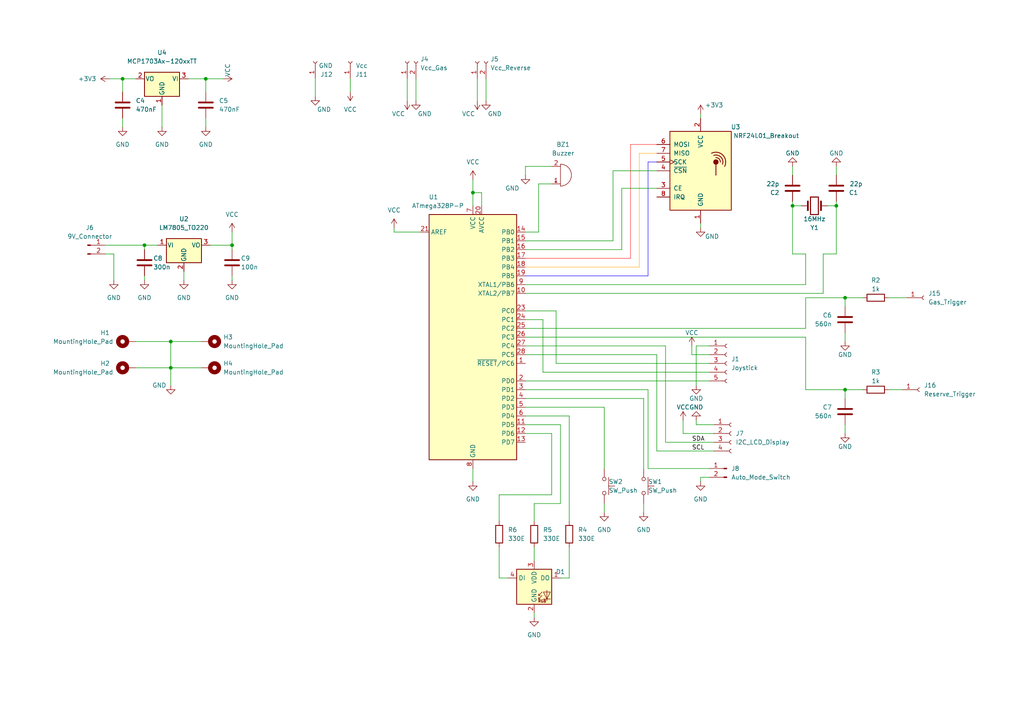
<source format=kicad_sch>
(kicad_sch (version 20211123) (generator eeschema)
  (paper "A4")
  (lib_symbols
    (symbol "Connector:Conn_01x01_Female" (pin_names (offset 1.016) hide)
      (property "Reference" "J" (at 0 2.54 0))
      (property "Value" "Conn_01x01_Female" (at 0 -2.54 0))
      (symbol "Conn_01x01_Female_1_1"
        (polyline (pts (xy -1.27 0) (xy -0.508 0)) (stroke (width 0.1524)))
        (arc (start 0 0.508) (mid -0.508 0) (end 0 -0.508) (stroke (width 0.1524)))
        (pin passive line (at -5.08 0 0) (length 3.81) (name "Pin_1") (number "1"))
      )
    )
    (symbol "Connector:Conn_01x02_Female" (pin_names (offset 1.016) hide)
      (property "Reference" "J" (at 0 2.54 0))
      (property "Value" "Conn_01x02_Female" (at 0 -5.08 0))
      (symbol "Conn_01x02_Female_1_1"
        (arc (start 0 -2.032) (mid -0.508 -2.54) (end 0 -3.048) (stroke (width 0.1524)))
        (polyline (pts (xy -1.27 -2.54) (xy -0.508 -2.54)) (stroke (width 0.1524)))
        (polyline (pts (xy -1.27 0) (xy -0.508 0)) (stroke (width 0.1524)))
        (arc (start 0 0.508) (mid -0.508 0) (end 0 -0.508) (stroke (width 0.1524)))
        (pin passive line (at -5.08 0 0) (length 3.81) (name "Pin_1") (number "1"))
        (pin passive line (at -5.08 -2.54 0) (length 3.81) (name "Pin_2") (number "2"))
      )
    )
    (symbol "Connector:Conn_01x02_Male" (pin_names (offset 1.016) hide)
      (property "Reference" "J" (at 0 2.54 0))
      (property "Value" "Conn_01x02_Male" (at 0 -5.08 0))
      (symbol "Conn_01x02_Male_1_1"
        (polyline (pts (xy 1.27 -2.54) (xy 0.8636 -2.54)) (stroke (width 0.1524)))
        (polyline (pts (xy 1.27 0) (xy 0.8636 0)) (stroke (width 0.1524)))
        (rectangle (start 0.8636 -2.413) (end 0 -2.667) (stroke (width 0.1524)) (fill (type outline)))
        (rectangle (start 0.8636 0.127) (end 0 -0.127) (stroke (width 0.1524)) (fill (type outline)))
        (pin passive line (at 5.08 0 180) (length 3.81) (name "Pin_1") (number "1"))
        (pin passive line (at 5.08 -2.54 180) (length 3.81) (name "Pin_2") (number "2"))
      )
    )
    (symbol "Connector:Conn_01x04_Female" (pin_names (offset 1.016) hide)
      (property "Reference" "J" (at 0 5.08 0))
      (property "Value" "Conn_01x04_Female" (at 0 -7.62 0))
      (symbol "Conn_01x04_Female_1_1"
        (arc (start 0 -4.572) (mid -0.508 -5.08) (end 0 -5.588) (stroke (width 0.1524)))
        (arc (start 0 -2.032) (mid -0.508 -2.54) (end 0 -3.048) (stroke (width 0.1524)))
        (polyline (pts (xy -1.27 -5.08) (xy -0.508 -5.08)) (stroke (width 0.1524)))
        (polyline (pts (xy -1.27 -2.54) (xy -0.508 -2.54)) (stroke (width 0.1524)))
        (polyline (pts (xy -1.27 0) (xy -0.508 0)) (stroke (width 0.1524)))
        (polyline (pts (xy -1.27 2.54) (xy -0.508 2.54)) (stroke (width 0.1524)))
        (arc (start 0 0.508) (mid -0.508 0) (end 0 -0.508) (stroke (width 0.1524)))
        (arc (start 0 3.048) (mid -0.508 2.54) (end 0 2.032) (stroke (width 0.1524)))
        (pin passive line (at -5.08 2.54 0) (length 3.81) (name "Pin_1") (number "1"))
        (pin passive line (at -5.08 0 0) (length 3.81) (name "Pin_2") (number "2"))
        (pin passive line (at -5.08 -2.54 0) (length 3.81) (name "Pin_3") (number "3"))
        (pin passive line (at -5.08 -5.08 0) (length 3.81) (name "Pin_4") (number "4"))
      )
    )
    (symbol "Connector:Conn_01x05_Female" (pin_names (offset 1.016) hide)
      (property "Reference" "J" (at 0 7.62 0))
      (property "Value" "Conn_01x05_Female" (at 0 -7.62 0))
      (symbol "Conn_01x05_Female_1_1"
        (arc (start 0 -4.572) (mid -0.508 -5.08) (end 0 -5.588) (stroke (width 0.1524)))
        (arc (start 0 -2.032) (mid -0.508 -2.54) (end 0 -3.048) (stroke (width 0.1524)))
        (polyline (pts (xy -1.27 -5.08) (xy -0.508 -5.08)) (stroke (width 0.1524)))
        (polyline (pts (xy -1.27 -2.54) (xy -0.508 -2.54)) (stroke (width 0.1524)))
        (polyline (pts (xy -1.27 0) (xy -0.508 0)) (stroke (width 0.1524)))
        (polyline (pts (xy -1.27 2.54) (xy -0.508 2.54)) (stroke (width 0.1524)))
        (polyline (pts (xy -1.27 5.08) (xy -0.508 5.08)) (stroke (width 0.1524)))
        (arc (start 0 0.508) (mid -0.508 0) (end 0 -0.508) (stroke (width 0.1524)))
        (arc (start 0 3.048) (mid -0.508 2.54) (end 0 2.032) (stroke (width 0.1524)))
        (arc (start 0 5.588) (mid -0.508 5.08) (end 0 4.572) (stroke (width 0.1524)))
        (pin passive line (at -5.08 5.08 0) (length 3.81) (name "Pin_1") (number "1"))
        (pin passive line (at -5.08 2.54 0) (length 3.81) (name "Pin_2") (number "2"))
        (pin passive line (at -5.08 0 0) (length 3.81) (name "Pin_3") (number "3"))
        (pin passive line (at -5.08 -2.54 0) (length 3.81) (name "Pin_4") (number "4"))
        (pin passive line (at -5.08 -5.08 0) (length 3.81) (name "Pin_5") (number "5"))
      )
    )
    (symbol "Device:Buzzer" (pin_names (offset 0.0254) hide)
      (property "Reference" "BZ" (at 3.81 1.27 0))
      (property "Value" "Buzzer" (at 3.81 -1.27 0))
      (symbol "Buzzer_0_1"
        (arc (start 0 -3.175) (mid 3.175 0) (end 0 3.175))
        (polyline (pts (xy -1.651 1.905) (xy -1.143 1.905)))
        (polyline (pts (xy -1.397 2.159) (xy -1.397 1.651)))
        (polyline (pts (xy 0 3.175) (xy 0 -3.175)))
      )
      (symbol "Buzzer_1_1"
        (pin passive line (at -2.54 2.54 0) (length 2.54) (name "-") (number "1"))
        (pin passive line (at -2.54 -2.54 0) (length 2.54) (name "+") (number "2"))
      )
    )
    (symbol "Device:C" (pin_numbers hide) (pin_names (offset 0.254))
      (property "Reference" "C" (at 0.635 2.54 0))
      (property "Value" "C" (at 0.635 -2.54 0))
      (symbol "C_0_1"
        (polyline (pts (xy -2.032 -0.762) (xy 2.032 -0.762)) (stroke (width 0.508)))
        (polyline (pts (xy -2.032 0.762) (xy 2.032 0.762)) (stroke (width 0.508)))
      )
      (symbol "C_1_1"
        (pin passive line (at 0 3.81 270) (length 2.794) (name "~") (number "1"))
        (pin passive line (at 0 -3.81 90) (length 2.794) (name "~") (number "2"))
      )
    )
    (symbol "Device:Crystal" (pin_numbers hide) (pin_names (offset 1.016) hide)
      (property "Reference" "Y" (at 0 3.81 0))
      (property "Value" "Crystal" (at 0 -3.81 0))
      (symbol "Crystal_0_1"
        (rectangle (start -1.143 2.54) (end 1.143 -2.54) (stroke (width 0.3048)))
        (polyline (pts (xy -2.54 0) (xy -1.905 0)))
        (polyline (pts (xy -1.905 -1.27) (xy -1.905 1.27)) (stroke (width 0.508)))
        (polyline (pts (xy 1.905 -1.27) (xy 1.905 1.27)) (stroke (width 0.508)))
        (polyline (pts (xy 2.54 0) (xy 1.905 0)))
      )
      (symbol "Crystal_1_1"
        (pin passive line (at -3.81 0 0) (length 1.27) (name "1") (number "1"))
        (pin passive line (at 3.81 0 180) (length 1.27) (name "2") (number "2"))
      )
    )
    (symbol "Device:R" (pin_numbers hide) (pin_names (offset 0))
      (property "Reference" "R" (at 2.032 0 90))
      (property "Value" "R" (at 0 0 90))
      (symbol "R_0_1"
        (rectangle (start -1.016 -2.54) (end 1.016 2.54) (stroke (width 0.254)))
      )
      (symbol "R_1_1"
        (pin passive line (at 0 3.81 270) (length 1.27) (name "~") (number "1"))
        (pin passive line (at 0 -3.81 90) (length 1.27) (name "~") (number "2"))
      )
    )
    (symbol "LED:APA-106-F5"
      (property "Reference" "D" (at 5.08 5.715 0))
      (property "Value" "APA-106-F5" (at 1.27 -5.715 0))
      (symbol "APA-106-F5_0_0"
        (text "RGB" (at 2.286 -4.191 0) (effects (font (size 0.762 0.762))))
      )
      (symbol "APA-106-F5_0_1"
        (polyline (pts (xy 1.27 -3.556) (xy 1.778 -3.556)))
        (polyline (pts (xy 1.27 -2.54) (xy 1.778 -2.54)))
        (polyline (pts (xy 4.699 -3.556) (xy 2.667 -3.556)))
        (polyline (pts (xy 2.286 -2.54) (xy 1.27 -3.556) (xy 1.27 -3.048)))
        (polyline (pts (xy 2.286 -1.524) (xy 1.27 -2.54) (xy 1.27 -2.032)))
        (polyline (pts (xy 3.683 -1.016) (xy 3.683 -3.556) (xy 3.683 -4.064)))
        (polyline (pts (xy 4.699 -1.524) (xy 2.667 -1.524) (xy 3.683 -3.556) (xy 4.699 -1.524)))
        (rectangle (start 5.08 5.08) (end -5.08 -5.08) (stroke (width 0.254)) (fill (type background)))
      )
      (symbol "APA-106-F5_1_1"
        (pin output line (at 7.62 2.54 180) (length 2.54) (name "DO") (number "1"))
        (pin power_in line (at 0 -7.62 90) (length 2.54) (name "GND") (number "2"))
        (pin power_in line (at 0 7.62 270) (length 2.54) (name "VDD") (number "3"))
        (pin input line (at -7.62 2.54 0) (length 2.54) (name "DI") (number "4"))
      )
    )
    (symbol "MCU_Microchip_ATmega:ATmega328P-P"
      (property "Reference" "U" (at -12.7 36.83 0))
      (property "Value" "ATmega328P-P" (at 2.54 -36.83 0))
      (symbol "ATmega328P-P_0_1"
        (rectangle (start -12.7 -35.56) (end 12.7 35.56) (stroke (width 0.254)) (fill (type background)))
      )
      (symbol "ATmega328P-P_1_1"
        (pin bidirectional line (at 15.24 -7.62 180) (length 2.54) (name "~{RESET}/PC6") (number "1"))
        (pin bidirectional line (at 15.24 12.7 180) (length 2.54) (name "XTAL2/PB7") (number "10"))
        (pin bidirectional line (at 15.24 -25.4 180) (length 2.54) (name "PD5") (number "11"))
        (pin bidirectional line (at 15.24 -27.94 180) (length 2.54) (name "PD6") (number "12"))
        (pin bidirectional line (at 15.24 -30.48 180) (length 2.54) (name "PD7") (number "13"))
        (pin bidirectional line (at 15.24 30.48 180) (length 2.54) (name "PB0") (number "14"))
        (pin bidirectional line (at 15.24 27.94 180) (length 2.54) (name "PB1") (number "15"))
        (pin bidirectional line (at 15.24 25.4 180) (length 2.54) (name "PB2") (number "16"))
        (pin bidirectional line (at 15.24 22.86 180) (length 2.54) (name "PB3") (number "17"))
        (pin bidirectional line (at 15.24 20.32 180) (length 2.54) (name "PB4") (number "18"))
        (pin bidirectional line (at 15.24 17.78 180) (length 2.54) (name "PB5") (number "19"))
        (pin bidirectional line (at 15.24 -12.7 180) (length 2.54) (name "PD0") (number "2"))
        (pin power_in line (at 2.54 38.1 270) (length 2.54) (name "AVCC") (number "20"))
        (pin passive line (at -15.24 30.48 0) (length 2.54) (name "AREF") (number "21"))
        (pin passive line (at 0 -38.1 90) (length 2.54) hide (name "GND") (number "22"))
        (pin bidirectional line (at 15.24 7.62 180) (length 2.54) (name "PC0") (number "23"))
        (pin bidirectional line (at 15.24 5.08 180) (length 2.54) (name "PC1") (number "24"))
        (pin bidirectional line (at 15.24 2.54 180) (length 2.54) (name "PC2") (number "25"))
        (pin bidirectional line (at 15.24 0 180) (length 2.54) (name "PC3") (number "26"))
        (pin bidirectional line (at 15.24 -2.54 180) (length 2.54) (name "PC4") (number "27"))
        (pin bidirectional line (at 15.24 -5.08 180) (length 2.54) (name "PC5") (number "28"))
        (pin bidirectional line (at 15.24 -15.24 180) (length 2.54) (name "PD1") (number "3"))
        (pin bidirectional line (at 15.24 -17.78 180) (length 2.54) (name "PD2") (number "4"))
        (pin bidirectional line (at 15.24 -20.32 180) (length 2.54) (name "PD3") (number "5"))
        (pin bidirectional line (at 15.24 -22.86 180) (length 2.54) (name "PD4") (number "6"))
        (pin power_in line (at 0 38.1 270) (length 2.54) (name "VCC") (number "7"))
        (pin power_in line (at 0 -38.1 90) (length 2.54) (name "GND") (number "8"))
        (pin bidirectional line (at 15.24 15.24 180) (length 2.54) (name "XTAL1/PB6") (number "9"))
      )
    )
    (symbol "Mechanical:MountingHole_Pad" (pin_numbers hide) (pin_names (offset 1.016) hide)
      (property "Reference" "H" (at 0 6.35 0))
      (property "Value" "MountingHole_Pad" (at 0 4.445 0))
      (symbol "MountingHole_Pad_0_1"
        (circle (center 0 1.27) (radius 1.27) (stroke (width 1.27)))
      )
      (symbol "MountingHole_Pad_1_1"
        (pin input line (at 0 -2.54 90) (length 2.54) (name "1") (number "1"))
      )
    )
    (symbol "RF:NRF24L01_Breakout" (pin_names (offset 1.016))
      (property "Reference" "U" (at -8.89 12.7 0))
      (property "Value" "NRF24L01_Breakout" (at 3.81 12.7 0))
      (symbol "NRF24L01_Breakout_0_1"
        (rectangle (start -8.89 11.43) (end 8.89 -11.43) (stroke (width 0.254)) (fill (type background)))
        (polyline (pts (xy 4.445 1.905) (xy 4.445 -1.27)) (stroke (width 0.254)))
        (circle (center 4.445 2.54) (radius 0.635) (stroke (width 0.254)) (fill (type outline)))
        (arc (start 5.715 2.54) (mid 5.3521 3.4546) (end 4.445 3.81) (stroke (width 0.254)))
        (arc (start 6.35 1.905) (mid 5.8763 3.9854) (end 3.81 4.445) (stroke (width 0.254)))
        (arc (start 6.985 1.27) (mid 6.453 4.548) (end 3.175 5.08) (stroke (width 0.254)))
      )
      (symbol "NRF24L01_Breakout_1_1"
        (pin power_in line (at 0 -15.24 90) (length 3.81) (name "GND") (number "1"))
        (pin power_in line (at 0 15.24 270) (length 3.81) (name "VCC") (number "2"))
        (pin input line (at -12.7 -5.08 0) (length 3.81) (name "CE") (number "3"))
        (pin input line (at -12.7 0 0) (length 3.81) (name "~{CSN}") (number "4"))
        (pin input clock (at -12.7 2.54 0) (length 3.81) (name "SCK") (number "5"))
        (pin input line (at -12.7 7.62 0) (length 3.81) (name "MOSI") (number "6"))
        (pin output line (at -12.7 5.08 0) (length 3.81) (name "MISO") (number "7"))
        (pin output line (at -12.7 -7.62 0) (length 3.81) (name "IRQ") (number "8"))
      )
    )
    (symbol "Regulator_Linear:LM7805_TO220" (pin_names (offset 0.254))
      (property "Reference" "U" (at -3.81 3.175 0))
      (property "Value" "LM7805_TO220" (at 0 3.175 0))
      (symbol "LM7805_TO220_0_1"
        (rectangle (start -5.08 1.905) (end 5.08 -5.08) (stroke (width 0.254)) (fill (type background)))
      )
      (symbol "LM7805_TO220_1_1"
        (pin power_in line (at -7.62 0 0) (length 2.54) (name "VI") (number "1"))
        (pin power_in line (at 0 -7.62 90) (length 2.54) (name "GND") (number "2"))
        (pin power_out line (at 7.62 0 180) (length 2.54) (name "VO") (number "3"))
      )
    )
    (symbol "Regulator_Linear:MCP1703Ax-120xxTT" (pin_names (offset 0.254))
      (property "Reference" "U" (at -3.81 3.175 0))
      (property "Value" "MCP1703Ax-120xxTT" (at 0 3.175 0))
      (symbol "MCP1703Ax-120xxTT_0_1"
        (rectangle (start -5.08 -5.08) (end 5.08 1.905) (stroke (width 0.254)) (fill (type background)))
      )
      (symbol "MCP1703Ax-120xxTT_1_1"
        (pin power_in line (at 0 -7.62 90) (length 2.54) (name "GND") (number "1"))
        (pin power_out line (at 7.62 0 180) (length 2.54) (name "VO") (number "2"))
        (pin power_in line (at -7.62 0 0) (length 2.54) (name "VI") (number "3"))
      )
    )
    (symbol "Switch:SW_Push" (pin_numbers hide) (pin_names (offset 1.016) hide)
      (property "Reference" "SW" (at 1.27 2.54 0))
      (property "Value" "SW_Push" (at 0 -1.524 0))
      (symbol "SW_Push_0_1"
        (circle (center -2.032 0) (radius 0.508))
        (polyline (pts (xy 0 1.27) (xy 0 3.048)))
        (polyline (pts (xy 2.54 1.27) (xy -2.54 1.27)))
        (circle (center 2.032 0) (radius 0.508))
        (pin passive line (at -5.08 0 0) (length 2.54) (name "1") (number "1"))
        (pin passive line (at 5.08 0 180) (length 2.54) (name "2") (number "2"))
      )
    )
    (symbol "power:+3V3" (power) (pin_names (offset 0))
      (property "Value" "+3V3" (at 0 3.556 0))
      (symbol "+3V3_0_1"
        (polyline (pts (xy -0.762 1.27) (xy 0 2.54)))
        (polyline (pts (xy 0 0) (xy 0 2.54)))
        (polyline (pts (xy 0 2.54) (xy 0.762 1.27)))
      )
      (symbol "+3V3_1_1"
        (pin power_in line (at 0 0 90) (length 0) hide (name "+3V3") (number "1"))
      )
    )
    (symbol "power:GND" (power) (pin_names (offset 0))
      (property "Value" "GND" (at 0 -3.81 0))
      (symbol "GND_0_1"
        (polyline (pts (xy 0 0) (xy 0 -1.27) (xy 1.27 -1.27) (xy 0 -2.54) (xy -1.27 -1.27) (xy 0 -1.27)))
      )
      (symbol "GND_1_1"
        (pin power_in line (at 0 0 270) (length 0) hide (name "GND") (number "1"))
      )
    )
    (symbol "power:VCC" (power) (pin_names (offset 0))
      (property "Value" "VCC" (at 0 3.81 0))
      (symbol "VCC_0_1"
        (polyline (pts (xy -0.762 1.27) (xy 0 2.54)))
        (polyline (pts (xy 0 0) (xy 0 2.54)))
        (polyline (pts (xy 0 2.54) (xy 0.762 1.27)))
      )
      (symbol "VCC_1_1"
        (pin power_in line (at 0 0 90) (length 0) hide (name "VCC") (number "1"))
      )
    )
  )
  (junction (at 49.53 99.06))
  (junction (at 242.57 59.69))
  (junction (at 245.11 86.36))
  (junction (at 35.56 22.86))
  (junction (at 229.87 59.69))
  (junction (at 245.11 113.03))
  (junction (at 59.69 22.86))
  (junction (at 41.91 71.12))
  (junction (at 49.53 106.68))
  (junction (at 67.31 71.12))
  (junction (at 137.16 55.88))
  (wire (pts (xy 137.16 135.89) (xy 137.16 139.7)))
  (wire (pts (xy 190.5 46.99) (xy 187.96 46.99)) (stroke (width 0) (color 31 15 255 1)))
  (wire (pts (xy 138.43 22.86) (xy 138.43 29.21)))
  (wire (pts (xy 201.93 123.19) (xy 207.01 123.19)))
  (wire (pts (xy 257.81 86.36) (xy 262.89 86.36)))
  (wire (pts (xy 156.21 53.34) (xy 156.21 67.31)))
  (wire (pts (xy 242.57 50.8) (xy 242.57 48.26)))
  (wire (pts (xy 156.21 67.31) (xy 152.4 67.31)))
  (wire (pts (xy 180.34 72.39) (xy 152.4 72.39)))
  (wire (pts (xy 233.68 113.03) (xy 245.11 113.03)))
  (wire (pts (xy 162.56 167.64) (xy 165.1 167.64)))
  (wire (pts (xy 177.8 69.85) (xy 152.4 69.85)))
  (wire (pts (xy 91.44 22.86) (xy 91.44 27.94)))
  (wire (pts (xy 114.3 67.31) (xy 121.92 67.31)))
  (wire (pts (xy 147.32 167.64) (xy 144.78 167.64)))
  (wire (pts (xy 67.31 71.12) (xy 67.31 72.39)))
  (wire (pts (xy 232.41 59.69) (xy 229.87 59.69)))
  (wire (pts (xy 187.96 80.01) (xy 152.4 80.01)) (stroke (width 0) (color 31 15 255 1)))
  (wire (pts (xy 41.91 71.12) (xy 41.91 72.39)))
  (wire (pts (xy 201.93 100.33) (xy 205.74 100.33)))
  (wire (pts (xy 39.37 106.68) (xy 49.53 106.68)))
  (wire (pts (xy 35.56 26.67) (xy 35.56 22.86)))
  (wire (pts (xy 229.87 50.8) (xy 229.87 48.26)))
  (wire (pts (xy 185.42 77.47) (xy 185.42 44.45)) (stroke (width 0) (color 255 183 47 1)))
  (wire (pts (xy 186.69 146.05) (xy 186.69 148.59)))
  (wire (pts (xy 160.02 53.34) (xy 156.21 53.34)))
  (wire (pts (xy 161.29 90.17) (xy 152.4 90.17)))
  (wire (pts (xy 245.11 123.19) (xy 245.11 125.73)))
  (wire (pts (xy 140.97 22.86) (xy 140.97 29.21)))
  (wire (pts (xy 201.93 123.19) (xy 201.93 121.92)))
  (wire (pts (xy 165.1 158.75) (xy 165.1 167.64)))
  (wire (pts (xy 190.5 102.87) (xy 190.5 130.81)))
  (wire (pts (xy 64.77 22.86) (xy 59.69 22.86)))
  (wire (pts (xy 233.68 82.55) (xy 233.68 73.66)))
  (wire (pts (xy 229.87 59.69) (xy 229.87 58.42)))
  (wire (pts (xy 59.69 22.86) (xy 59.69 26.67)))
  (wire (pts (xy 152.4 97.79) (xy 233.68 97.79)))
  (wire (pts (xy 35.56 34.29) (xy 35.56 36.83)))
  (wire (pts (xy 114.3 66.04) (xy 114.3 67.31)))
  (wire (pts (xy 205.74 107.95) (xy 157.48 107.95)))
  (wire (pts (xy 207.01 128.27) (xy 193.04 128.27)))
  (wire (pts (xy 161.29 105.41) (xy 161.29 90.17)))
  (wire (pts (xy 242.57 73.66) (xy 242.57 59.69)))
  (wire (pts (xy 152.4 118.11) (xy 175.26 118.11)))
  (wire (pts (xy 39.37 99.06) (xy 49.53 99.06)))
  (wire (pts (xy 186.69 135.89) (xy 186.69 115.57)))
  (wire (pts (xy 152.4 110.49) (xy 205.74 110.49)))
  (wire (pts (xy 185.42 44.45) (xy 190.5 44.45)) (stroke (width 0) (color 255 183 47 1)))
  (wire (pts (xy 60.96 71.12) (xy 67.31 71.12)))
  (wire (pts (xy 187.96 113.03) (xy 187.96 135.89)))
  (wire (pts (xy 245.11 96.52) (xy 245.11 99.06)))
  (wire (pts (xy 30.48 71.12) (xy 41.91 71.12)))
  (wire (pts (xy 198.12 125.73) (xy 198.12 121.92)))
  (wire (pts (xy 157.48 107.95) (xy 157.48 92.71)))
  (wire (pts (xy 67.31 71.12) (xy 67.31 67.31)))
  (wire (pts (xy 152.4 95.25) (xy 233.68 95.25)))
  (wire (pts (xy 200.66 100.33) (xy 200.66 102.87)))
  (wire (pts (xy 175.26 146.05) (xy 175.26 148.59)))
  (wire (pts (xy 245.11 86.36) (xy 250.19 86.36)))
  (wire (pts (xy 175.26 118.11) (xy 175.26 135.89)))
  (wire (pts (xy 242.57 59.69) (xy 240.03 59.69)))
  (wire (pts (xy 154.94 151.13) (xy 154.94 146.05)))
  (wire (pts (xy 182.88 74.93) (xy 152.4 74.93)) (stroke (width 0) (color 255 52 52 1)))
  (wire (pts (xy 190.5 41.91) (xy 182.88 41.91)) (stroke (width 0) (color 255 52 52 1)))
  (wire (pts (xy 152.4 100.33) (xy 193.04 100.33)))
  (wire (pts (xy 35.56 22.86) (xy 39.37 22.86)))
  (wire (pts (xy 30.48 73.66) (xy 33.02 73.66)))
  (wire (pts (xy 46.99 30.48) (xy 46.99 36.83)))
  (wire (pts (xy 233.68 73.66) (xy 229.87 73.66)))
  (wire (pts (xy 187.96 46.99) (xy 187.96 80.01)) (stroke (width 0) (color 31 15 255 1)))
  (wire (pts (xy 229.87 73.66) (xy 229.87 59.69)))
  (wire (pts (xy 242.57 59.69) (xy 242.57 58.42)))
  (wire (pts (xy 144.78 143.51) (xy 160.02 143.51)))
  (wire (pts (xy 193.04 100.33) (xy 193.04 128.27)))
  (wire (pts (xy 118.11 22.86) (xy 118.11 29.21)))
  (wire (pts (xy 152.4 113.03) (xy 187.96 113.03)))
  (wire (pts (xy 137.16 59.69) (xy 137.16 55.88)))
  (wire (pts (xy 154.94 177.8) (xy 154.94 179.07)))
  (wire (pts (xy 59.69 34.29) (xy 59.69 36.83)))
  (wire (pts (xy 238.76 73.66) (xy 242.57 73.66)))
  (wire (pts (xy 233.68 95.25) (xy 233.68 86.36)))
  (wire (pts (xy 187.96 135.89) (xy 205.74 135.89)))
  (wire (pts (xy 205.74 102.87) (xy 200.66 102.87)))
  (wire (pts (xy 49.53 106.68) (xy 49.53 111.76)))
  (wire (pts (xy 177.8 49.53) (xy 190.5 49.53)))
  (wire (pts (xy 205.74 105.41) (xy 161.29 105.41)))
  (wire (pts (xy 203.2 64.77) (xy 203.2 66.04)))
  (wire (pts (xy 198.12 125.73) (xy 207.01 125.73)))
  (wire (pts (xy 120.65 22.86) (xy 120.65 29.21)))
  (wire (pts (xy 53.34 78.74) (xy 53.34 81.28)))
  (wire (pts (xy 137.16 55.88) (xy 139.7 55.88)))
  (wire (pts (xy 152.4 48.26) (xy 160.02 48.26)))
  (wire (pts (xy 180.34 54.61) (xy 190.5 54.61)))
  (wire (pts (xy 233.68 86.36) (xy 245.11 86.36)))
  (wire (pts (xy 101.6 26.67) (xy 101.6 22.86)))
  (wire (pts (xy 165.1 120.65) (xy 152.4 120.65)))
  (wire (pts (xy 41.91 71.12) (xy 45.72 71.12)))
  (wire (pts (xy 160.02 143.51) (xy 160.02 125.73)))
  (wire (pts (xy 245.11 113.03) (xy 250.19 113.03)))
  (wire (pts (xy 201.93 100.33) (xy 201.93 111.76)))
  (wire (pts (xy 152.4 123.19) (xy 162.56 123.19)))
  (wire (pts (xy 238.76 73.66) (xy 238.76 85.09)))
  (wire (pts (xy 144.78 167.64) (xy 144.78 158.75)))
  (wire (pts (xy 162.56 146.05) (xy 162.56 123.19)))
  (wire (pts (xy 59.69 22.86) (xy 54.61 22.86)))
  (wire (pts (xy 177.8 49.53) (xy 177.8 69.85)))
  (wire (pts (xy 49.53 106.68) (xy 58.42 106.68)))
  (wire (pts (xy 157.48 92.71) (xy 152.4 92.71)))
  (wire (pts (xy 154.94 146.05) (xy 162.56 146.05)))
  (wire (pts (xy 203.2 138.43) (xy 205.74 138.43)))
  (wire (pts (xy 203.2 33.02) (xy 203.2 34.29)))
  (wire (pts (xy 245.11 88.9) (xy 245.11 86.36)))
  (wire (pts (xy 49.53 99.06) (xy 49.53 106.68)))
  (wire (pts (xy 154.94 158.75) (xy 154.94 162.56)))
  (wire (pts (xy 144.78 151.13) (xy 144.78 143.51)))
  (wire (pts (xy 67.31 80.01) (xy 67.31 81.28)))
  (wire (pts (xy 139.7 55.88) (xy 139.7 59.69)))
  (wire (pts (xy 152.4 115.57) (xy 186.69 115.57)))
  (wire (pts (xy 257.81 113.03) (xy 261.62 113.03)))
  (wire (pts (xy 190.5 130.81) (xy 207.01 130.81)))
  (wire (pts (xy 203.2 139.7) (xy 203.2 138.43)))
  (wire (pts (xy 182.88 41.91) (xy 182.88 74.93)) (stroke (width 0) (color 255 52 52 1)))
  (wire (pts (xy 49.53 99.06) (xy 58.42 99.06)))
  (wire (pts (xy 180.34 72.39) (xy 180.34 54.61)))
  (wire (pts (xy 233.68 97.79) (xy 233.68 113.03)))
  (wire (pts (xy 160.02 125.73) (xy 152.4 125.73)))
  (wire (pts (xy 190.5 102.87) (xy 152.4 102.87)))
  (wire (pts (xy 152.4 77.47) (xy 185.42 77.47)) (stroke (width 0) (color 255 183 47 1)))
  (wire (pts (xy 245.11 115.57) (xy 245.11 113.03)))
  (wire (pts (xy 152.4 82.55) (xy 233.68 82.55)))
  (wire (pts (xy 165.1 120.65) (xy 165.1 151.13)))
  (wire (pts (xy 41.91 80.01) (xy 41.91 81.28)))
  (wire (pts (xy 238.76 85.09) (xy 152.4 85.09)))
  (wire (pts (xy 152.4 50.8) (xy 152.4 48.26)))
  (wire (pts (xy 33.02 73.66) (xy 33.02 81.28)))
  (wire (pts (xy 137.16 52.07) (xy 137.16 55.88)))
  (wire (pts (xy 31.75 22.86) (xy 35.56 22.86)))
  (label "SDA" (at 200.66 128.27 0))
  (label "SCL" (at 200.66 130.81 0))
  (symbol (lib_id "Mechanical:MountingHole_Pad") (at 36.83 106.68 90) (unit 1)
    (property "Reference" "H2" (at 30.48 105.41 90))
    (property "Value" "MountingHole_Pad" (at 24.13 107.95 90))
    (property "Footprint" "MountingHole:MountingHole_3.2mm_M3_Pad" (effects hide))
  )
  (symbol (lib_id "power:GND") (at 33.02 81.28 0) (unit 1)
    (property "Reference" "#PWR0110" (effects hide))
    (property "Value" "GND" (at 33.02 86.36 0))
  )
  (symbol (lib_id "power:GND") (at 229.87 48.26 180) (unit 1)
    (property "Reference" "#PWR0102" (effects hide))
    (property "Value" "GND" (at 229.87 44.45 0))
  )
  (symbol (lib_id "power:GND") (at 245.11 99.06 0) (unit 1)
    (property "Reference" "#PWR0111" (effects hide))
    (property "Value" "GND" (at 245.11 102.87 0))
  )
  (symbol (lib_id "Device:C") (at 59.69 30.48 0) (mirror y) (unit 1)
    (property "Reference" "C5" (at 63.5 29.2099 0) (effects (justify right)))
    (property "Value" "470nF" (at 63.5 31.7499 0) (effects (justify right)))
    (property "Footprint" "Capacitor_SMD:C_1206_3216Metric" (effects hide))
  )
  (symbol (lib_id "Device:Buzzer") (at 162.56 50.8 0) (mirror x) (unit 1)
    (property "Reference" "BZ1" (at 163.322 41.91 0))
    (property "Value" "Buzzer" (at 163.322 44.45 0))
    (property "Footprint" "Buzzer_Beeper:Buzzer_12x9.5RM7.6" (effects hide))
  )
  (symbol (lib_id "Regulator_Linear:LM7805_TO220") (at 53.34 71.12 0) (unit 1)
    (property "Reference" "U2" (at 53.34 63.5 0))
    (property "Value" "LM7805_TO220" (at 53.34 66.04 0))
    (property "Footprint" "Package_TO_SOT_THT:TO-220-3_Vertical" (effects hide))
    (property "Datasheet" "https://www.onsemi.cn/PowerSolutions/document/MC7800-D.PDF" (effects hide))
  )
  (symbol (lib_id "RF:NRF24L01_Breakout") (at 203.2 49.53 0) (unit 1)
    (property "Reference" "U3" (at 213.36 36.83 0))
    (property "Value" "NRF24L01_Breakout" (at 222.25 39.37 0))
    (property "Footprint" "RF_Module:nRF24L01_Breakout" (effects hide))
    (property "Datasheet" "http://www.nordicsemi.com/eng/content/download/2730/34105/file/nRF24L01_Product_Specification_v2_0.pdf" (effects hide))
  )
  (symbol (lib_id "Device:R") (at 254 86.36 270) (mirror x) (unit 1)
    (property "Reference" "R2" (at 254 81.28 90))
    (property "Value" "1k" (at 254 83.82 90))
    (property "Footprint" "Resistor_THT:R_Axial_DIN0411_L9.9mm_D3.6mm_P15.24mm_Horizontal" (effects hide))
  )
  (symbol (lib_id "power:GND") (at 120.65 29.21 0) (mirror y) (unit 1)
    (property "Reference" "#PWR0122" (effects hide))
    (property "Value" "GND" (at 123.19 33.02 0))
  )
  (symbol (lib_id "Connector:Conn_01x02_Female") (at 118.11 17.78 90) (unit 1)
    (property "Reference" "J4" (at 121.92 17.1449 90) (effects (justify right)))
    (property "Value" "Vcc_Gas" (at 121.92 19.6849 90) (effects (justify right)))
    (property "Footprint" "Connector_PinHeader_2.54mm:PinHeader_1x02_P2.54mm_Vertical" (effects hide))
  )
  (symbol (lib_id "power:GND") (at 154.94 179.07 0) (unit 1)
    (property "Reference" "#PWR0125" (effects hide))
    (property "Value" "GND" (at 154.94 184.15 0))
  )
  (symbol (lib_id "power:VCC") (at 101.6 26.67 180) (unit 1)
    (property "Reference" "#PWR0133" (effects hide))
    (property "Value" "VCC" (at 101.6 31.75 0))
  )
  (symbol (lib_id "Connector:Conn_01x01_Female") (at 267.97 86.36 0) (unit 1)
    (property "Reference" "J15" (at 269.24 85.0899 0) (effects (justify left)))
    (property "Value" "Gas_Trigger" (at 269.24 87.6299 0) (effects (justify left)))
    (property "Footprint" "Connector_PinHeader_2.54mm:PinHeader_1x01_P2.54mm_Vertical" (effects hide))
  )
  (symbol (lib_id "Device:C") (at 245.11 92.71 0) (mirror y) (unit 1)
    (property "Reference" "C6" (at 241.3 91.4399 0) (effects (justify left)))
    (property "Value" "560n" (at 241.3 93.9799 0) (effects (justify left)))
    (property "Footprint" "Capacitor_THT:C_Disc_D12.5mm_W5.0mm_P7.50mm" (effects hide))
  )
  (symbol (lib_id "Connector:Conn_01x02_Male") (at 210.82 135.89 0) (mirror y) (unit 1)
    (property "Reference" "J8" (at 212.09 135.8899 0) (effects (justify right)))
    (property "Value" "Auto_Mode_Switch" (at 212.09 138.4299 0) (effects (justify right)))
    (property "Footprint" "Connector_PinHeader_2.54mm:PinHeader_1x02_P2.54mm_Vertical" (effects hide))
  )
  (symbol (lib_id "Device:C") (at 242.57 54.61 180) (unit 1)
    (property "Reference" "C1" (at 248.92 55.88 0) (effects (justify left)))
    (property "Value" "22p" (at 250.19 53.34 0) (effects (justify left)))
    (property "Footprint" "Capacitor_SMD:C_1206_3216Metric" (effects hide))
  )
  (symbol (lib_id "Connector:Conn_01x05_Female") (at 210.82 105.41 0) (unit 1)
    (property "Reference" "J1" (at 212.09 104.1399 0) (effects (justify left)))
    (property "Value" "Joystick" (at 212.09 106.6799 0) (effects (justify left)))
    (property "Footprint" "Connector_PinHeader_2.54mm:PinHeader_1x05_P2.54mm_Vertical" (effects hide))
  )
  (symbol (lib_id "power:GND") (at 67.31 81.28 0) (unit 1)
    (property "Reference" "#PWR0127" (effects hide))
    (property "Value" "GND" (at 67.31 86.36 0))
  )
  (symbol (lib_id "Mechanical:MountingHole_Pad") (at 60.96 99.06 270) (unit 1)
    (property "Reference" "H3" (at 64.77 97.7899 90) (effects (justify left)))
    (property "Value" "MountingHole_Pad" (at 64.77 100.3299 90) (effects (justify left)))
    (property "Footprint" "MountingHole:MountingHole_3.2mm_M3_Pad" (effects hide))
  )
  (symbol (lib_id "Connector:Conn_01x01_Female") (at 266.7 113.03 0) (unit 1)
    (property "Reference" "J16" (at 267.97 111.7599 0) (effects (justify left)))
    (property "Value" "Reserve_Trigger" (at 267.97 114.2999 0) (effects (justify left)))
    (property "Footprint" "Connector_PinHeader_2.54mm:PinHeader_1x01_P2.54mm_Vertical" (effects hide))
  )
  (symbol (lib_id "power:GND") (at 53.34 81.28 0) (unit 1)
    (property "Reference" "#PWR0113" (effects hide))
    (property "Value" "GND" (at 53.34 86.36 0))
  )
  (symbol (lib_id "Connector:Conn_01x01_Female") (at 91.44 17.78 90) (unit 1)
    (property "Reference" "J12" (at 96.52 21.59 90) (effects (justify left)))
    (property "Value" "GND" (at 96.52 19.05 90) (effects (justify left)))
    (property "Footprint" "Connector_PinSocket_2.54mm:PinSocket_1x01_P2.54mm_Vertical" (effects hide))
  )
  (symbol (lib_id "power:GND") (at 35.56 36.83 0) (mirror y) (unit 1)
    (property "Reference" "#PWR0119" (effects hide))
    (property "Value" "GND" (at 35.56 41.91 0))
  )
  (symbol (lib_id "power:VCC") (at 67.31 67.31 0) (unit 1)
    (property "Reference" "#PWR0112" (effects hide))
    (property "Value" "VCC" (at 67.31 62.23 0))
  )
  (symbol (lib_id "Device:C") (at 67.31 76.2 0) (unit 1)
    (property "Reference" "C9" (at 69.85 74.93 0) (effects (justify left)))
    (property "Value" "100n" (at 69.85 77.47 0) (effects (justify left)))
    (property "Footprint" "Capacitor_THT:C_Disc_D12.5mm_W5.0mm_P7.50mm" (effects hide))
  )
  (symbol (lib_id "Device:R") (at 165.1 154.94 0) (unit 1)
    (property "Reference" "R4" (at 167.64 153.6699 0) (effects (justify left)))
    (property "Value" "330E" (at 167.64 156.21 0) (effects (justify left)))
    (property "Footprint" "Resistor_SMD:R_1206_3216Metric" (effects hide))
  )
  (symbol (lib_id "Device:C") (at 41.91 76.2 0) (unit 1)
    (property "Reference" "C8" (at 44.45 74.93 0) (effects (justify left)))
    (property "Value" "300n" (at 44.45 77.47 0) (effects (justify left)))
    (property "Footprint" "Capacitor_THT:C_Disc_D12.5mm_W5.0mm_P7.50mm" (effects hide))
  )
  (symbol (lib_id "Connector:Conn_01x04_Female") (at 212.09 125.73 0) (unit 1)
    (property "Reference" "J7" (at 213.36 125.7299 0) (effects (justify left)))
    (property "Value" "I2C_LCD_Display" (at 213.36 128.2699 0) (effects (justify left)))
    (property "Footprint" "Connector_PinHeader_2.54mm:PinHeader_1x04_P2.54mm_Vertical" (effects hide))
  )
  (symbol (lib_id "Mechanical:MountingHole_Pad") (at 60.96 106.68 270) (unit 1)
    (property "Reference" "H4" (at 64.77 105.4099 90) (effects (justify left)))
    (property "Value" "MountingHole_Pad" (at 64.77 107.9499 90) (effects (justify left)))
    (property "Footprint" "MountingHole:MountingHole_3.2mm_M3_Pad" (effects hide))
  )
  (symbol (lib_id "Connector:Conn_01x01_Female") (at 101.6 17.78 90) (unit 1)
    (property "Reference" "J11" (at 106.68 21.59 90) (effects (justify left)))
    (property "Value" "Vcc" (at 106.68 19.05 90) (effects (justify left)))
    (property "Footprint" "Connector_PinSocket_2.54mm:PinSocket_1x01_P2.54mm_Vertical" (effects hide))
  )
  (symbol (lib_id "power:GND") (at 203.2 66.04 0) (mirror y) (unit 1)
    (property "Reference" "#PWR0108" (effects hide))
    (property "Value" "GND" (at 204.47 68.58 0) (effects (justify right)))
  )
  (symbol (lib_id "MCU_Microchip_ATmega:ATmega328P-P") (at 137.16 97.79 0) (unit 1)
    (property "Reference" "U1" (at 125.73 57.15 0))
    (property "Value" "ATmega328P-P" (at 127 59.69 0))
    (property "Footprint" "Package_DIP:DIP-28_W7.62mm" (effects hide))
    (property "Datasheet" "http://ww1.microchip.com/downloads/en/DeviceDoc/ATmega328_P%20AVR%20MCU%20with%20picoPower%20Technology%20Data%20Sheet%2040001984A.pdf" (effects hide))
  )
  (symbol (lib_id "power:VCC") (at 64.77 22.86 270) (mirror x) (unit 1)
    (property "Reference" "#PWR0115" (effects hide))
    (property "Value" "VCC" (at 66.04 20.32 0))
  )
  (symbol (lib_id "power:GND") (at 201.93 111.76 0) (unit 1)
    (property "Reference" "#PWR0106" (effects hide))
    (property "Value" "GND" (at 201.93 115.57 0))
  )
  (symbol (lib_id "power:VCC") (at 198.12 121.92 0) (unit 1)
    (property "Reference" "#PWR0129" (effects hide))
    (property "Value" "VCC" (at 198.12 118.11 0))
  )
  (symbol (lib_id "Connector:Conn_01x02_Female") (at 138.43 17.78 90) (unit 1)
    (property "Reference" "J5" (at 142.24 17.1449 90) (effects (justify right)))
    (property "Value" "Vcc_Reverse" (at 142.24 19.6849 90) (effects (justify right)))
    (property "Footprint" "Connector_PinHeader_2.54mm:PinHeader_1x02_P2.54mm_Vertical" (effects hide))
  )
  (symbol (lib_id "power:GND") (at 46.99 36.83 0) (mirror y) (unit 1)
    (property "Reference" "#PWR0118" (effects hide))
    (property "Value" "GND" (at 46.99 41.91 0))
  )
  (symbol (lib_id "power:GND") (at 91.44 27.94 0) (mirror y) (unit 1)
    (property "Reference" "#PWR0135" (effects hide))
    (property "Value" "GND" (at 93.98 31.75 0))
  )
  (symbol (lib_id "power:VCC") (at 138.43 29.21 0) (mirror x) (unit 1)
    (property "Reference" "#PWR0121" (effects hide))
    (property "Value" "VCC" (at 135.89 33.02 0))
  )
  (symbol (lib_id "power:VCC") (at 200.66 100.33 0) (unit 1)
    (property "Reference" "#PWR0107" (effects hide))
    (property "Value" "VCC" (at 200.66 96.52 0))
  )
  (symbol (lib_id "Device:Crystal") (at 236.22 59.69 0) (unit 1)
    (property "Reference" "Y1" (at 236.22 66.04 0))
    (property "Value" "16MHz" (at 236.22 63.5 0))
    (property "Footprint" "Crystal:Crystal_HC49-4H_Vertical" (effects hide))
  )
  (symbol (lib_id "Device:C") (at 35.56 30.48 0) (mirror y) (unit 1)
    (property "Reference" "C4" (at 39.37 29.2099 0) (effects (justify right)))
    (property "Value" "470nF" (at 39.37 31.7499 0) (effects (justify right)))
    (property "Footprint" "Capacitor_SMD:C_1206_3216Metric" (effects hide))
  )
  (symbol (lib_id "power:GND") (at 201.93 121.92 180) (unit 1)
    (property "Reference" "#PWR0130" (effects hide))
    (property "Value" "GND" (at 201.93 118.11 0))
  )
  (symbol (lib_id "power:GND") (at 242.57 48.26 180) (unit 1)
    (property "Reference" "#PWR0104" (effects hide))
    (property "Value" "GND" (at 242.57 44.45 0))
  )
  (symbol (lib_id "power:GND") (at 41.91 81.28 0) (unit 1)
    (property "Reference" "#PWR0126" (effects hide))
    (property "Value" "GND" (at 41.91 86.36 0))
  )
  (symbol (lib_id "power:VCC") (at 118.11 29.21 0) (mirror x) (unit 1)
    (property "Reference" "#PWR0123" (effects hide))
    (property "Value" "VCC" (at 115.57 33.02 0))
  )
  (symbol (lib_id "power:GND") (at 137.16 139.7 0) (unit 1)
    (property "Reference" "#PWR0101" (effects hide))
    (property "Value" "GND" (at 137.16 144.78 0))
  )
  (symbol (lib_id "LED:APA-106-F5") (at 154.94 170.18 0) (unit 1)
    (property "Reference" "D1" (at 162.56 165.8493 0))
    (property "Value" "APA-106-F5" (effects hide))
    (property "Footprint" "LED_THT:LED_D5.0mm-4_RGB" (effects hide))
    (property "Datasheet" "https://cdn.sparkfun.com/datasheets/Components/LED/COM-12877.pdf" (effects hide))
  )
  (symbol (lib_id "Connector:Conn_01x02_Male") (at 25.4 71.12 0) (unit 1)
    (property "Reference" "J6" (at 26.035 66.04 0))
    (property "Value" "9V_Connector" (at 26.035 68.58 0))
    (property "Footprint" "Connector_PinHeader_2.54mm:PinHeader_1x02_P2.54mm_Vertical" (effects hide))
  )
  (symbol (lib_id "Device:R") (at 254 113.03 270) (mirror x) (unit 1)
    (property "Reference" "R3" (at 254 107.95 90))
    (property "Value" "1k" (at 254 110.49 90))
    (property "Footprint" "Resistor_THT:R_Axial_DIN0411_L9.9mm_D3.6mm_P15.24mm_Horizontal" (effects hide))
  )
  (symbol (lib_id "power:GND") (at 140.97 29.21 0) (mirror y) (unit 1)
    (property "Reference" "#PWR0109" (effects hide))
    (property "Value" "GND" (at 143.51 33.02 0))
  )
  (symbol (lib_id "Regulator_Linear:MCP1703Ax-120xxTT") (at 46.99 22.86 0) (mirror y) (unit 1)
    (property "Reference" "U4" (at 46.99 15.24 0))
    (property "Value" "MCP1703Ax-120xxTT" (at 46.99 17.78 0))
    (property "Footprint" "Package_TO_SOT_SMD:SOT-23" (effects hide))
    (property "Datasheet" "http://ww1.microchip.com/downloads/en/DeviceDoc/20005122B.pdf" (effects hide))
  )
  (symbol (lib_id "Mechanical:MountingHole_Pad") (at 36.83 99.06 90) (unit 1)
    (property "Reference" "H1" (at 30.48 96.52 90))
    (property "Value" "MountingHole_Pad" (at 24.13 99.06 90))
    (property "Footprint" "MountingHole:MountingHole_3.2mm_M3_Pad" (effects hide))
  )
  (symbol (lib_id "power:GND") (at 49.53 111.76 0) (mirror y) (unit 1)
    (property "Reference" "#PWR0134" (effects hide))
    (property "Value" "GND" (at 48.26 111.76 0) (effects (justify left)))
  )
  (symbol (lib_id "power:GND") (at 203.2 139.7 0) (unit 1)
    (property "Reference" "#PWR0128" (effects hide))
    (property "Value" "GND" (at 203.2 144.78 0))
  )
  (symbol (lib_id "power:GND") (at 175.26 148.59 0) (unit 1)
    (property "Reference" "#PWR0131" (effects hide))
    (property "Value" "GND" (at 175.26 153.67 0))
  )
  (symbol (lib_id "Device:C") (at 229.87 54.61 180) (unit 1)
    (property "Reference" "C2" (at 226.06 55.8801 0) (effects (justify left)))
    (property "Value" "22p" (at 226.06 53.3401 0) (effects (justify left)))
    (property "Footprint" "Capacitor_SMD:C_1206_3216Metric" (effects hide))
  )
  (symbol (lib_id "Device:C") (at 245.11 119.38 0) (mirror y) (unit 1)
    (property "Reference" "C7" (at 241.3 118.1099 0) (effects (justify left)))
    (property "Value" "560n" (at 241.3 120.6499 0) (effects (justify left)))
    (property "Footprint" "Capacitor_THT:C_Disc_D12.5mm_W5.0mm_P7.50mm" (effects hide))
  )
  (symbol (lib_id "power:VCC") (at 137.16 52.07 0) (unit 1)
    (property "Reference" "#PWR0103" (effects hide))
    (property "Value" "VCC" (at 137.16 46.99 0))
  )
  (symbol (lib_id "Device:R") (at 154.94 154.94 0) (unit 1)
    (property "Reference" "R5" (at 157.48 153.6699 0) (effects (justify left)))
    (property "Value" "330E" (at 157.48 156.21 0) (effects (justify left)))
    (property "Footprint" "Resistor_SMD:R_1206_3216Metric" (effects hide))
  )
  (symbol (lib_id "power:GND") (at 245.11 125.73 0) (unit 1)
    (property "Reference" "#PWR0120" (effects hide))
    (property "Value" "GND" (at 245.11 129.54 0))
  )
  (symbol (lib_id "power:+3V3") (at 31.75 22.86 90) (unit 1)
    (property "Reference" "#PWR0116" (effects hide))
    (property "Value" "+3V3" (at 27.94 22.8599 90) (effects (justify left)))
  )
  (symbol (lib_id "Switch:SW_Push") (at 186.69 140.97 270) (unit 1)
    (property "Reference" "SW1" (at 187.96 139.7 90) (effects (justify left)))
    (property "Value" "SW_Push" (at 187.96 142.24 90) (effects (justify left)))
    (property "Footprint" "Button_Switch_THT:SW_PUSH-12mm_Wuerth-430476085716" (effects hide))
  )
  (symbol (lib_id "Device:R") (at 144.78 154.94 0) (unit 1)
    (property "Reference" "R6" (at 147.32 153.6699 0) (effects (justify left)))
    (property "Value" "330E" (at 147.32 156.21 0) (effects (justify left)))
    (property "Footprint" "Resistor_SMD:R_1206_3216Metric" (effects hide))
  )
  (symbol (lib_id "power:VCC") (at 114.3 66.04 0) (unit 1)
    (property "Reference" "#PWR0105" (effects hide))
    (property "Value" "VCC" (at 114.3 60.96 0))
  )
  (symbol (lib_id "power:+3V3") (at 203.2 33.02 0) (unit 1)
    (property "Reference" "#PWR0114" (effects hide))
    (property "Value" "+3V3" (at 204.47 30.48 0) (effects (justify left)))
  )
  (symbol (lib_id "power:GND") (at 59.69 36.83 0) (mirror y) (unit 1)
    (property "Reference" "#PWR0117" (effects hide))
    (property "Value" "GND" (at 59.69 41.91 0))
  )
  (symbol (lib_id "power:GND") (at 186.69 148.59 0) (unit 1)
    (property "Reference" "#PWR0132" (effects hide))
    (property "Value" "GND" (at 186.69 153.67 0))
  )
  (symbol (lib_id "power:GND") (at 152.4 50.8 0) (mirror y) (unit 1)
    (property "Reference" "#PWR0124" (effects hide))
    (property "Value" "GND" (at 148.59 54.61 0))
  )
  (symbol (lib_id "Switch:SW_Push") (at 175.26 140.97 270) (unit 1)
    (property "Reference" "SW2" (at 176.53 139.7 90) (effects (justify left)))
    (property "Value" "SW_Push" (at 176.53 142.24 90) (effects (justify left)))
    (property "Footprint" "Button_Switch_THT:SW_PUSH-12mm_Wuerth-430476085716" (effects hide))
  )
)
</source>
